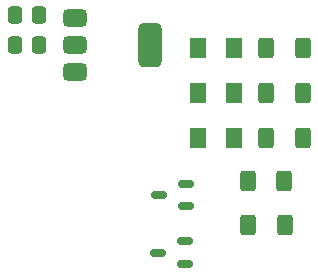
<source format=gbp>
%TF.GenerationSoftware,KiCad,Pcbnew,9.0.2*%
%TF.CreationDate,2025-08-21T21:33:00+02:00*%
%TF.ProjectId,esp32c6-charger,65737033-3263-4362-9d63-686172676572,rev?*%
%TF.SameCoordinates,Original*%
%TF.FileFunction,Paste,Bot*%
%TF.FilePolarity,Positive*%
%FSLAX45Y45*%
G04 Gerber Fmt 4.5, Leading zero omitted, Abs format (unit mm)*
G04 Created by KiCad (PCBNEW 9.0.2) date 2025-08-21 21:33:00*
%MOMM*%
%LPD*%
G01*
G04 APERTURE LIST*
G04 Aperture macros list*
%AMRoundRect*
0 Rectangle with rounded corners*
0 $1 Rounding radius*
0 $2 $3 $4 $5 $6 $7 $8 $9 X,Y pos of 4 corners*
0 Add a 4 corners polygon primitive as box body*
4,1,4,$2,$3,$4,$5,$6,$7,$8,$9,$2,$3,0*
0 Add four circle primitives for the rounded corners*
1,1,$1+$1,$2,$3*
1,1,$1+$1,$4,$5*
1,1,$1+$1,$6,$7*
1,1,$1+$1,$8,$9*
0 Add four rect primitives between the rounded corners*
20,1,$1+$1,$2,$3,$4,$5,0*
20,1,$1+$1,$4,$5,$6,$7,0*
20,1,$1+$1,$6,$7,$8,$9,0*
20,1,$1+$1,$8,$9,$2,$3,0*%
G04 Aperture macros list end*
%ADD10RoundRect,0.250001X-0.462499X-0.624999X0.462499X-0.624999X0.462499X0.624999X-0.462499X0.624999X0*%
%ADD11RoundRect,0.250000X-0.400000X-0.625000X0.400000X-0.625000X0.400000X0.625000X-0.400000X0.625000X0*%
%ADD12RoundRect,0.150000X0.512500X0.150000X-0.512500X0.150000X-0.512500X-0.150000X0.512500X-0.150000X0*%
%ADD13RoundRect,0.250000X0.337500X0.475000X-0.337500X0.475000X-0.337500X-0.475000X0.337500X-0.475000X0*%
%ADD14RoundRect,0.250000X0.400000X0.625000X-0.400000X0.625000X-0.400000X-0.625000X0.400000X-0.625000X0*%
%ADD15RoundRect,0.375000X-0.625000X-0.375000X0.625000X-0.375000X0.625000X0.375000X-0.625000X0.375000X0*%
%ADD16RoundRect,0.500000X-0.500000X-1.400000X0.500000X-1.400000X0.500000X1.400000X-0.500000X1.400000X0*%
G04 APERTURE END LIST*
D10*
%TO.C,D4*%
X12021500Y-11125200D03*
X12319000Y-11125200D03*
%TD*%
%TO.C,D2*%
X12021500Y-11506200D03*
X12319000Y-11506200D03*
%TD*%
D11*
%TO.C,R3*%
X12593200Y-11887200D03*
X12903200Y-11887200D03*
%TD*%
D10*
%TO.C,D3*%
X12021500Y-11887200D03*
X12319000Y-11887200D03*
%TD*%
D12*
%TO.C,Q1*%
X11912600Y-12274800D03*
X11912600Y-12464800D03*
X11685100Y-12369800D03*
%TD*%
D13*
%TO.C,C1*%
X10672300Y-10845800D03*
X10464800Y-10845800D03*
%TD*%
D14*
%TO.C,R2*%
X12750800Y-12623800D03*
X12440800Y-12623800D03*
%TD*%
%TO.C,R1*%
X12749400Y-12249400D03*
X12439400Y-12249400D03*
%TD*%
D15*
%TO.C,U2*%
X10977800Y-11329800D03*
X10977800Y-11099800D03*
D16*
X11607800Y-11099800D03*
D15*
X10977800Y-10869800D03*
%TD*%
D11*
%TO.C,R4*%
X12593200Y-11506200D03*
X12903200Y-11506200D03*
%TD*%
%TO.C,R5*%
X12593200Y-11125200D03*
X12903200Y-11125200D03*
%TD*%
D13*
%TO.C,C2*%
X10672300Y-11099800D03*
X10464800Y-11099800D03*
%TD*%
D12*
%TO.C,Q2*%
X11911200Y-12764000D03*
X11911200Y-12954000D03*
X11683700Y-12859000D03*
%TD*%
M02*

</source>
